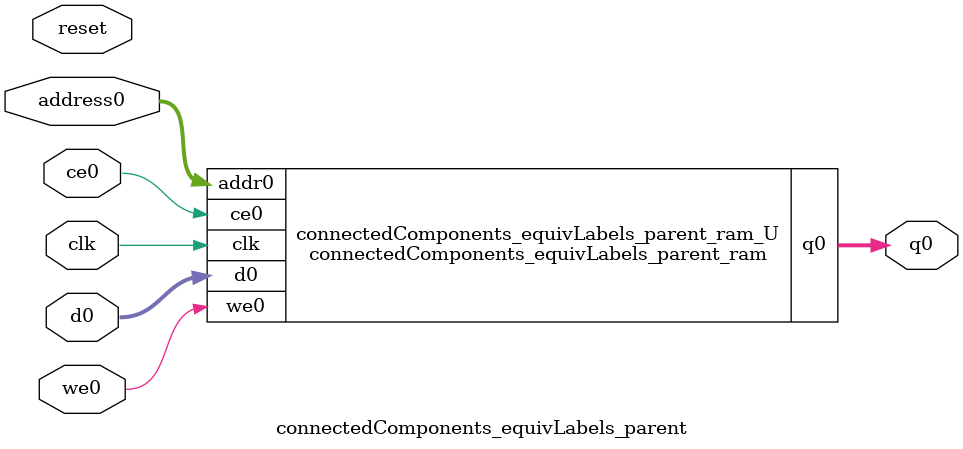
<source format=v>
`timescale 1 ns / 1 ps
module connectedComponents_equivLabels_parent_ram (addr0, ce0, d0, we0, q0,  clk);

parameter DWIDTH = 32;
parameter AWIDTH = 18;
parameter MEM_SIZE = 262144;

input[AWIDTH-1:0] addr0;
input ce0;
input[DWIDTH-1:0] d0;
input we0;
output reg[DWIDTH-1:0] q0;
input clk;

(* ram_style = "block" *)reg [DWIDTH-1:0] ram[0:MEM_SIZE-1];




always @(posedge clk)  
begin 
    if (ce0) 
    begin
        if (we0) 
        begin 
            ram[addr0] <= d0; 
        end 
        q0 <= ram[addr0];
    end
end


endmodule

`timescale 1 ns / 1 ps
module connectedComponents_equivLabels_parent(
    reset,
    clk,
    address0,
    ce0,
    we0,
    d0,
    q0);

parameter DataWidth = 32'd32;
parameter AddressRange = 32'd262144;
parameter AddressWidth = 32'd18;
input reset;
input clk;
input[AddressWidth - 1:0] address0;
input ce0;
input we0;
input[DataWidth - 1:0] d0;
output[DataWidth - 1:0] q0;



connectedComponents_equivLabels_parent_ram connectedComponents_equivLabels_parent_ram_U(
    .clk( clk ),
    .addr0( address0 ),
    .ce0( ce0 ),
    .we0( we0 ),
    .d0( d0 ),
    .q0( q0 ));

endmodule


</source>
